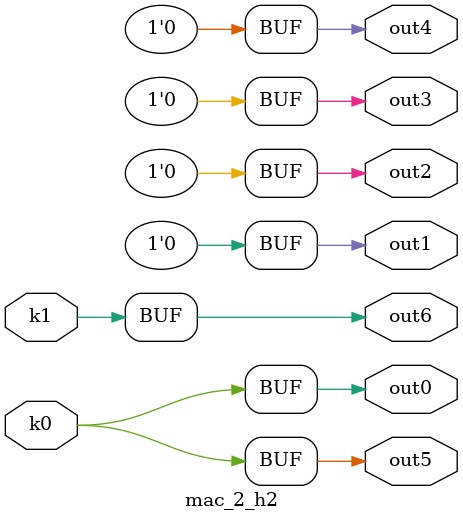
<source format=v>
module mac_2(pi0, pi1, pi2, pi3, pi4, pi5, pi6, pi7, pi8, po0, po1, po2, po3, po4, po5, po6);
input pi0, pi1, pi2, pi3, pi4, pi5, pi6, pi7, pi8;
output po0, po1, po2, po3, po4, po5, po6;
wire k0, k1;
mac_2_w2 DUT1 (pi0, pi1, pi2, pi3, pi4, pi5, pi6, pi7, pi8, k0, k1);
mac_2_h2 DUT2 (k0, k1, po0, po1, po2, po3, po4, po5, po6);
endmodule

module mac_2_w2(in8, in7, in6, in5, in4, in3, in2, in1, in0, k1, k0);
input in8, in7, in6, in5, in4, in3, in2, in1, in0;
output k1, k0;
assign k0 =   in2 ? ((in3 & ((in6 & ~in7 & in5) | (in8 & in7 & ~in5))) | (~in3 & ((in8 & in6 & in7 & in5) | (~in7 & ~in5))) | (~in8 & (~in6 | ~in7)) | (~in6 & ~in5)) : ((in6 & ((in3 & ((in7 & in5) | (in8 & ~in7 & ~in5))) | (in7 & (~in8 | (~in3 & ~in5))))) | (in8 & in5 & (~in6 | (~in3 & ~in7))));
assign k1 =   (in3 & (~in8 | ~in6)) | (in8 & in6 & ~in3);
endmodule

module mac_2_h2(k1, k0, out6, out5, out4, out3, out2, out1, out0);
input k1, k0;
output out6, out5, out4, out3, out2, out1, out0;
assign out0 = k0;
assign out1 = 0;
assign out2 = 0;
assign out3 = 0;
assign out4 = 0;
assign out5 = k0;
assign out6 = k1;
endmodule

</source>
